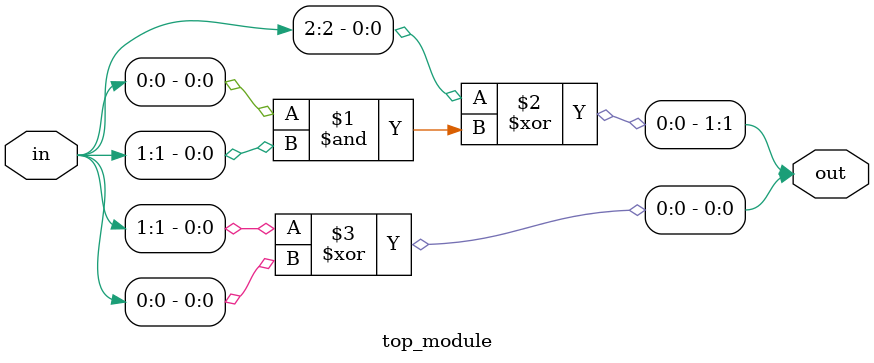
<source format=sv>
module top_module (
	input [2:0] in,
	output [1:0] out
);

	// Logic for addition
	assign out[1] = in[2] ^ (in[0] & in[1]);
	assign out[0] = in[1] ^ in[0];
  
endmodule

</source>
